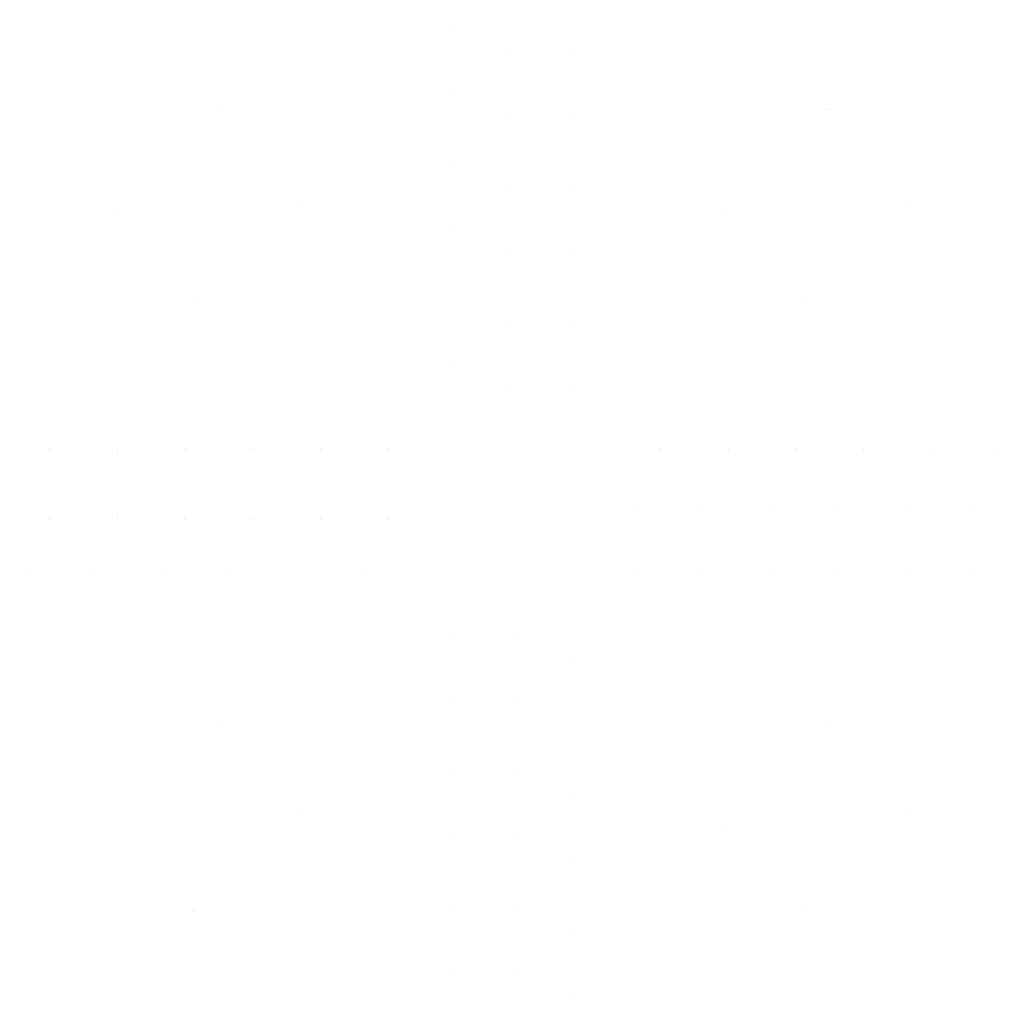
<source format=gbr>
G04 #@! TF.GenerationSoftware,KiCad,Pcbnew,8.0.1*
G04 #@! TF.CreationDate,2024-08-27T15:58:47+05:30*
G04 #@! TF.ProjectId,Ludo,4c75646f-2e6b-4696-9361-645f70636258,rev?*
G04 #@! TF.SameCoordinates,Original*
G04 #@! TF.FileFunction,Other,User*
%FSLAX46Y46*%
G04 Gerber Fmt 4.6, Leading zero omitted, Abs format (unit mm)*
G04 Created by KiCad (PCBNEW 8.0.1) date 2024-08-27 15:58:47*
%MOMM*%
%LPD*%
G01*
G04 APERTURE LIST*
%ADD10C,0.060000*%
G04 APERTURE END LIST*
D10*
G04 #@! TO.C,RGB30*
X169860000Y-87695000D02*
G75*
G02*
X169800000Y-87695000I-30000J0D01*
G01*
X169800000Y-87695000D02*
G75*
G02*
X169860000Y-87695000I30000J0D01*
G01*
G04 #@! TO.C,RGB54*
X184320000Y-163355000D02*
G75*
G02*
X184260000Y-163355000I-30000J0D01*
G01*
X184260000Y-163355000D02*
G75*
G02*
X184320000Y-163355000I30000J0D01*
G01*
G04 #@! TO.C,RGB8*
X94200000Y-134155000D02*
G75*
G02*
X94140000Y-134155000I-30000J0D01*
G01*
X94140000Y-134155000D02*
G75*
G02*
X94200000Y-134155000I30000J0D01*
G01*
G04 #@! TO.C,RGB13*
X140660000Y-81815000D02*
G75*
G02*
X140600000Y-81815000I-30000J0D01*
G01*
X140600000Y-81815000D02*
G75*
G02*
X140660000Y-81815000I30000J0D01*
G01*
G04 #@! TO.C,RGB56*
X169860000Y-199695000D02*
G75*
G02*
X169800000Y-199695000I-30000J0D01*
G01*
X169800000Y-199695000D02*
G75*
G02*
X169860000Y-199695000I30000J0D01*
G01*
G04 #@! TO.C,RGB62*
X156660000Y-241815000D02*
G75*
G02*
X156600000Y-241815000I-30000J0D01*
G01*
X156600000Y-241815000D02*
G75*
G02*
X156660000Y-241815000I30000J0D01*
G01*
G04 #@! TO.C,RGB67*
X140660000Y-257815000D02*
G75*
G02*
X140600000Y-257815000I-30000J0D01*
G01*
X140600000Y-257815000D02*
G75*
G02*
X140660000Y-257815000I30000J0D01*
G01*
G04 #@! TO.C,RGB71*
X86200000Y-197905000D02*
G75*
G02*
X86140000Y-197905000I-30000J0D01*
G01*
X86140000Y-197905000D02*
G75*
G02*
X86200000Y-197905000I30000J0D01*
G01*
G04 #@! TO.C,RGB32*
X169860000Y-119695000D02*
G75*
G02*
X169800000Y-119695000I-30000J0D01*
G01*
X169800000Y-119695000D02*
G75*
G02*
X169860000Y-119695000I30000J0D01*
G01*
G04 #@! TO.C,RGB55*
X169860000Y-183695000D02*
G75*
G02*
X169800000Y-183695000I-30000J0D01*
G01*
X169800000Y-183695000D02*
G75*
G02*
X169860000Y-183695000I30000J0D01*
G01*
G04 #@! TO.C,RGB57*
X169860000Y-215695000D02*
G75*
G02*
X169800000Y-215695000I-30000J0D01*
G01*
X169800000Y-215695000D02*
G75*
G02*
X169860000Y-215695000I30000J0D01*
G01*
G04 #@! TO.C,RGB17*
X153860000Y-39695000D02*
G75*
G02*
X153800000Y-39695000I-30000J0D01*
G01*
X153800000Y-39695000D02*
G75*
G02*
X153860000Y-39695000I30000J0D01*
G01*
G04 #@! TO.C,RGB39*
X264320000Y-147355000D02*
G75*
G02*
X264260000Y-147355000I-30000J0D01*
G01*
X264260000Y-147355000D02*
G75*
G02*
X264320000Y-147355000I30000J0D01*
G01*
G04 #@! TO.C,RGB82*
X40320000Y-163355000D02*
G75*
G02*
X40260000Y-163355000I-30000J0D01*
G01*
X40260000Y-163355000D02*
G75*
G02*
X40320000Y-163355000I30000J0D01*
G01*
G04 #@! TO.C,RGB10*
X126200000Y-134155000D02*
G75*
G02*
X126140000Y-134155000I-30000J0D01*
G01*
X126140000Y-134155000D02*
G75*
G02*
X126200000Y-134155000I30000J0D01*
G01*
G04 #@! TO.C,RGB70*
X61950000Y-222505000D02*
G75*
G02*
X61890000Y-222505000I-30000J0D01*
G01*
X61890000Y-222505000D02*
G75*
G02*
X61950000Y-222505000I30000J0D01*
G01*
G04 #@! TO.C,RGB2*
X86200000Y-53905000D02*
G75*
G02*
X86140000Y-53905000I-30000J0D01*
G01*
X86140000Y-53905000D02*
G75*
G02*
X86200000Y-53905000I30000J0D01*
G01*
G04 #@! TO.C,RGB23*
X169860000Y-39695000D02*
G75*
G02*
X169800000Y-39695000I-30000J0D01*
G01*
X169800000Y-39695000D02*
G75*
G02*
X169860000Y-39695000I30000J0D01*
G01*
G04 #@! TO.C,RGB86*
X94200000Y-150155000D02*
G75*
G02*
X94140000Y-150155000I-30000J0D01*
G01*
X94140000Y-150155000D02*
G75*
G02*
X94200000Y-150155000I30000J0D01*
G01*
G04 #@! TO.C,RGB27*
X224310000Y-98805000D02*
G75*
G02*
X224250000Y-98805000I-30000J0D01*
G01*
X224250000Y-98805000D02*
G75*
G02*
X224310000Y-98805000I30000J0D01*
G01*
G04 #@! TO.C,RGB74*
X140660000Y-209815000D02*
G75*
G02*
X140600000Y-209815000I-30000J0D01*
G01*
X140600000Y-209815000D02*
G75*
G02*
X140660000Y-209815000I30000J0D01*
G01*
G04 #@! TO.C,RGB26*
X249210000Y-75705000D02*
G75*
G02*
X249150000Y-75705000I-30000J0D01*
G01*
X249150000Y-75705000D02*
G75*
G02*
X249210000Y-75705000I30000J0D01*
G01*
G04 #@! TO.C,RGB9*
X110200000Y-134155000D02*
G75*
G02*
X110140000Y-134155000I-30000J0D01*
G01*
X110140000Y-134155000D02*
G75*
G02*
X110200000Y-134155000I30000J0D01*
G01*
G04 #@! TO.C,RGB41*
X232320000Y-147355000D02*
G75*
G02*
X232260000Y-147355000I-30000J0D01*
G01*
X232260000Y-147355000D02*
G75*
G02*
X232320000Y-147355000I30000J0D01*
G01*
G04 #@! TO.C,RGB28*
X205940000Y-78505000D02*
G75*
G02*
X205880000Y-78505000I-30000J0D01*
G01*
X205880000Y-78505000D02*
G75*
G02*
X205940000Y-78505000I30000J0D01*
G01*
G04 #@! TO.C,RGB37*
X254200000Y-134155000D02*
G75*
G02*
X254140000Y-134155000I-30000J0D01*
G01*
X254140000Y-134155000D02*
G75*
G02*
X254200000Y-134155000I30000J0D01*
G01*
G04 #@! TO.C,RGB15*
X140660000Y-49815000D02*
G75*
G02*
X140600000Y-49815000I-30000J0D01*
G01*
X140600000Y-49815000D02*
G75*
G02*
X140660000Y-49815000I30000J0D01*
G01*
G04 #@! TO.C,RGB24*
X169860000Y-55695000D02*
G75*
G02*
X169800000Y-55695000I-30000J0D01*
G01*
X169800000Y-55695000D02*
G75*
G02*
X169860000Y-55695000I30000J0D01*
G01*
G04 #@! TO.C,RGB1*
X61950000Y-78505000D02*
G75*
G02*
X61890000Y-78505000I-30000J0D01*
G01*
X61890000Y-78505000D02*
G75*
G02*
X61950000Y-78505000I30000J0D01*
G01*
G04 #@! TO.C,RGB31*
X169860000Y-103695000D02*
G75*
G02*
X169800000Y-103695000I-30000J0D01*
G01*
X169800000Y-103695000D02*
G75*
G02*
X169860000Y-103695000I30000J0D01*
G01*
G04 #@! TO.C,RGB77*
X120320000Y-163355000D02*
G75*
G02*
X120260000Y-163355000I-30000J0D01*
G01*
X120260000Y-163355000D02*
G75*
G02*
X120320000Y-163355000I30000J0D01*
G01*
G04 #@! TO.C,RGB33*
X190200000Y-134155000D02*
G75*
G02*
X190140000Y-134155000I-30000J0D01*
G01*
X190140000Y-134155000D02*
G75*
G02*
X190200000Y-134155000I30000J0D01*
G01*
G04 #@! TO.C,RGB83*
X46200000Y-150155000D02*
G75*
G02*
X46140000Y-150155000I-30000J0D01*
G01*
X46140000Y-150155000D02*
G75*
G02*
X46200000Y-150155000I30000J0D01*
G01*
G04 #@! TO.C,RGB48*
X224310000Y-242805000D02*
G75*
G02*
X224250000Y-242805000I-30000J0D01*
G01*
X224250000Y-242805000D02*
G75*
G02*
X224310000Y-242805000I30000J0D01*
G01*
G04 #@! TO.C,RGB87*
X110200000Y-150155000D02*
G75*
G02*
X110140000Y-150155000I-30000J0D01*
G01*
X110140000Y-150155000D02*
G75*
G02*
X110200000Y-150155000I30000J0D01*
G01*
G04 #@! TO.C,RGB69*
X80320000Y-242805000D02*
G75*
G02*
X80260000Y-242805000I-30000J0D01*
G01*
X80260000Y-242805000D02*
G75*
G02*
X80320000Y-242805000I30000J0D01*
G01*
G04 #@! TO.C,RGB63*
X156660000Y-225815000D02*
G75*
G02*
X156600000Y-225815000I-30000J0D01*
G01*
X156600000Y-225815000D02*
G75*
G02*
X156660000Y-225815000I30000J0D01*
G01*
G04 #@! TO.C,RGB16*
X140660000Y-33815000D02*
G75*
G02*
X140600000Y-33815000I-30000J0D01*
G01*
X140600000Y-33815000D02*
G75*
G02*
X140660000Y-33815000I30000J0D01*
G01*
G04 #@! TO.C,RGB5*
X46200000Y-134155000D02*
G75*
G02*
X46140000Y-134155000I-30000J0D01*
G01*
X46140000Y-134155000D02*
G75*
G02*
X46200000Y-134155000I30000J0D01*
G01*
G04 #@! TO.C,RGB7*
X78200000Y-134155000D02*
G75*
G02*
X78140000Y-134155000I-30000J0D01*
G01*
X78140000Y-134155000D02*
G75*
G02*
X78200000Y-134155000I30000J0D01*
G01*
G04 #@! TO.C,RGB72*
X105220000Y-219705000D02*
G75*
G02*
X105160000Y-219705000I-30000J0D01*
G01*
X105160000Y-219705000D02*
G75*
G02*
X105220000Y-219705000I30000J0D01*
G01*
G04 #@! TO.C,RGB29*
X169860000Y-71695000D02*
G75*
G02*
X169800000Y-71695000I-30000J0D01*
G01*
X169800000Y-71695000D02*
G75*
G02*
X169860000Y-71695000I30000J0D01*
G01*
G04 #@! TO.C,RGB21*
X153860000Y-103695000D02*
G75*
G02*
X153800000Y-103695000I-30000J0D01*
G01*
X153800000Y-103695000D02*
G75*
G02*
X153860000Y-103695000I30000J0D01*
G01*
G04 #@! TO.C,RGB22*
X153860000Y-119695000D02*
G75*
G02*
X153800000Y-119695000I-30000J0D01*
G01*
X153800000Y-119695000D02*
G75*
G02*
X153860000Y-119695000I30000J0D01*
G01*
G04 #@! TO.C,RGB51*
X232320000Y-163355000D02*
G75*
G02*
X232260000Y-163355000I-30000J0D01*
G01*
X232260000Y-163355000D02*
G75*
G02*
X232320000Y-163355000I30000J0D01*
G01*
G04 #@! TO.C,RGB47*
X249210000Y-219705000D02*
G75*
G02*
X249150000Y-219705000I-30000J0D01*
G01*
X249150000Y-219705000D02*
G75*
G02*
X249210000Y-219705000I30000J0D01*
G01*
G04 #@! TO.C,RGB45*
X264320000Y-163355000D02*
G75*
G02*
X264260000Y-163355000I-30000J0D01*
G01*
X264260000Y-163355000D02*
G75*
G02*
X264320000Y-163355000I30000J0D01*
G01*
G04 #@! TO.C,RGB42*
X216320000Y-147355000D02*
G75*
G02*
X216260000Y-147355000I-30000J0D01*
G01*
X216260000Y-147355000D02*
G75*
G02*
X216320000Y-147355000I30000J0D01*
G01*
G04 #@! TO.C,RGB78*
X104320000Y-163355000D02*
G75*
G02*
X104260000Y-163355000I-30000J0D01*
G01*
X104260000Y-163355000D02*
G75*
G02*
X104320000Y-163355000I30000J0D01*
G01*
G04 #@! TO.C,RGB43*
X200320000Y-147355000D02*
G75*
G02*
X200260000Y-147355000I-30000J0D01*
G01*
X200260000Y-147355000D02*
G75*
G02*
X200320000Y-147355000I30000J0D01*
G01*
G04 #@! TO.C,RGB6*
X62200000Y-134155000D02*
G75*
G02*
X62140000Y-134155000I-30000J0D01*
G01*
X62140000Y-134155000D02*
G75*
G02*
X62200000Y-134155000I30000J0D01*
G01*
G04 #@! TO.C,RGB58*
X169860000Y-231695000D02*
G75*
G02*
X169800000Y-231695000I-30000J0D01*
G01*
X169800000Y-231695000D02*
G75*
G02*
X169860000Y-231695000I30000J0D01*
G01*
G04 #@! TO.C,RGB14*
X140660000Y-65815000D02*
G75*
G02*
X140600000Y-65815000I-30000J0D01*
G01*
X140600000Y-65815000D02*
G75*
G02*
X140660000Y-65815000I30000J0D01*
G01*
G04 #@! TO.C,RGB65*
X156660000Y-193815000D02*
G75*
G02*
X156600000Y-193815000I-30000J0D01*
G01*
X156600000Y-193815000D02*
G75*
G02*
X156660000Y-193815000I30000J0D01*
G01*
G04 #@! TO.C,RGB4*
X80320000Y-98805000D02*
G75*
G02*
X80260000Y-98805000I-30000J0D01*
G01*
X80260000Y-98805000D02*
G75*
G02*
X80320000Y-98805000I30000J0D01*
G01*
G04 #@! TO.C,RGB19*
X153860000Y-71695000D02*
G75*
G02*
X153800000Y-71695000I-30000J0D01*
G01*
X153800000Y-71695000D02*
G75*
G02*
X153860000Y-71695000I30000J0D01*
G01*
G04 #@! TO.C,RGB75*
X140660000Y-193815000D02*
G75*
G02*
X140600000Y-193815000I-30000J0D01*
G01*
X140600000Y-193815000D02*
G75*
G02*
X140660000Y-193815000I30000J0D01*
G01*
G04 #@! TO.C,RGB59*
X169860000Y-247695000D02*
G75*
G02*
X169800000Y-247695000I-30000J0D01*
G01*
X169800000Y-247695000D02*
G75*
G02*
X169860000Y-247695000I30000J0D01*
G01*
G04 #@! TO.C,RGB50*
X230190000Y-197905000D02*
G75*
G02*
X230130000Y-197905000I-30000J0D01*
G01*
X230130000Y-197905000D02*
G75*
G02*
X230190000Y-197905000I30000J0D01*
G01*
G04 #@! TO.C,RGB46*
X248320000Y-163355000D02*
G75*
G02*
X248260000Y-163355000I-30000J0D01*
G01*
X248260000Y-163355000D02*
G75*
G02*
X248320000Y-163355000I30000J0D01*
G01*
G04 #@! TO.C,RGB3*
X105220000Y-75705000D02*
G75*
G02*
X105160000Y-75705000I-30000J0D01*
G01*
X105160000Y-75705000D02*
G75*
G02*
X105220000Y-75705000I30000J0D01*
G01*
G04 #@! TO.C,RGB11*
X140660000Y-113815000D02*
G75*
G02*
X140600000Y-113815000I-30000J0D01*
G01*
X140600000Y-113815000D02*
G75*
G02*
X140660000Y-113815000I30000J0D01*
G01*
G04 #@! TO.C,RGB84*
X62200000Y-150155000D02*
G75*
G02*
X62140000Y-150155000I-30000J0D01*
G01*
X62140000Y-150155000D02*
G75*
G02*
X62200000Y-150155000I30000J0D01*
G01*
G04 #@! TO.C,RGB44*
X184320000Y-147355000D02*
G75*
G02*
X184260000Y-147355000I-30000J0D01*
G01*
X184260000Y-147355000D02*
G75*
G02*
X184320000Y-147355000I30000J0D01*
G01*
G04 #@! TO.C,RGB35*
X222200000Y-134155000D02*
G75*
G02*
X222140000Y-134155000I-30000J0D01*
G01*
X222140000Y-134155000D02*
G75*
G02*
X222200000Y-134155000I30000J0D01*
G01*
G04 #@! TO.C,RGB85*
X78200000Y-150155000D02*
G75*
G02*
X78140000Y-150155000I-30000J0D01*
G01*
X78140000Y-150155000D02*
G75*
G02*
X78200000Y-150155000I30000J0D01*
G01*
G04 #@! TO.C,RGB68*
X140660000Y-241815000D02*
G75*
G02*
X140600000Y-241815000I-30000J0D01*
G01*
X140600000Y-241815000D02*
G75*
G02*
X140660000Y-241815000I30000J0D01*
G01*
G04 #@! TO.C,RGB64*
X156660000Y-209815000D02*
G75*
G02*
X156600000Y-209815000I-30000J0D01*
G01*
X156600000Y-209815000D02*
G75*
G02*
X156660000Y-209815000I30000J0D01*
G01*
G04 #@! TO.C,RGB12*
X140660000Y-97815000D02*
G75*
G02*
X140600000Y-97815000I-30000J0D01*
G01*
X140600000Y-97815000D02*
G75*
G02*
X140660000Y-97815000I30000J0D01*
G01*
G04 #@! TO.C,RGB20*
X153860000Y-87695000D02*
G75*
G02*
X153800000Y-87695000I-30000J0D01*
G01*
X153800000Y-87695000D02*
G75*
G02*
X153860000Y-87695000I30000J0D01*
G01*
G04 #@! TO.C,RGB18*
X153860000Y-55695000D02*
G75*
G02*
X153800000Y-55695000I-30000J0D01*
G01*
X153800000Y-55695000D02*
G75*
G02*
X153860000Y-55695000I30000J0D01*
G01*
G04 #@! TO.C,RGB81*
X56320000Y-163355000D02*
G75*
G02*
X56260000Y-163355000I-30000J0D01*
G01*
X56260000Y-163355000D02*
G75*
G02*
X56320000Y-163355000I30000J0D01*
G01*
G04 #@! TO.C,RGB38*
X270200000Y-134155000D02*
G75*
G02*
X270140000Y-134155000I-30000J0D01*
G01*
X270140000Y-134155000D02*
G75*
G02*
X270200000Y-134155000I30000J0D01*
G01*
G04 #@! TO.C,RGB80*
X72320000Y-163355000D02*
G75*
G02*
X72260000Y-163355000I-30000J0D01*
G01*
X72260000Y-163355000D02*
G75*
G02*
X72320000Y-163355000I30000J0D01*
G01*
G04 #@! TO.C,RGB40*
X248320000Y-147355000D02*
G75*
G02*
X248260000Y-147355000I-30000J0D01*
G01*
X248260000Y-147355000D02*
G75*
G02*
X248320000Y-147355000I30000J0D01*
G01*
G04 #@! TO.C,RGB25*
X230190000Y-53905000D02*
G75*
G02*
X230130000Y-53905000I-30000J0D01*
G01*
X230130000Y-53905000D02*
G75*
G02*
X230190000Y-53905000I30000J0D01*
G01*
G04 #@! TO.C,RGB53*
X200320000Y-163355000D02*
G75*
G02*
X200260000Y-163355000I-30000J0D01*
G01*
X200260000Y-163355000D02*
G75*
G02*
X200320000Y-163355000I30000J0D01*
G01*
G04 #@! TO.C,RGB49*
X205940000Y-222505000D02*
G75*
G02*
X205880000Y-222505000I-30000J0D01*
G01*
X205880000Y-222505000D02*
G75*
G02*
X205940000Y-222505000I30000J0D01*
G01*
G04 #@! TO.C,RGB88*
X126200000Y-150155000D02*
G75*
G02*
X126140000Y-150155000I-30000J0D01*
G01*
X126140000Y-150155000D02*
G75*
G02*
X126200000Y-150155000I30000J0D01*
G01*
G04 #@! TO.C,RGB34*
X206200000Y-134155000D02*
G75*
G02*
X206140000Y-134155000I-30000J0D01*
G01*
X206140000Y-134155000D02*
G75*
G02*
X206200000Y-134155000I30000J0D01*
G01*
G04 #@! TO.C,RGB52*
X216320000Y-163355000D02*
G75*
G02*
X216260000Y-163355000I-30000J0D01*
G01*
X216260000Y-163355000D02*
G75*
G02*
X216320000Y-163355000I30000J0D01*
G01*
G04 #@! TO.C,RGB73*
X140660000Y-225815000D02*
G75*
G02*
X140600000Y-225815000I-30000J0D01*
G01*
X140600000Y-225815000D02*
G75*
G02*
X140660000Y-225815000I30000J0D01*
G01*
G04 #@! TO.C,RGB76*
X140660000Y-177815000D02*
G75*
G02*
X140600000Y-177815000I-30000J0D01*
G01*
X140600000Y-177815000D02*
G75*
G02*
X140660000Y-177815000I30000J0D01*
G01*
G04 #@! TO.C,RGB61*
X156660000Y-257815000D02*
G75*
G02*
X156600000Y-257815000I-30000J0D01*
G01*
X156600000Y-257815000D02*
G75*
G02*
X156660000Y-257815000I30000J0D01*
G01*
G04 #@! TO.C,RGB60*
X169860000Y-263695000D02*
G75*
G02*
X169800000Y-263695000I-30000J0D01*
G01*
X169800000Y-263695000D02*
G75*
G02*
X169860000Y-263695000I30000J0D01*
G01*
G04 #@! TO.C,RGB79*
X88320000Y-163355000D02*
G75*
G02*
X88260000Y-163355000I-30000J0D01*
G01*
X88260000Y-163355000D02*
G75*
G02*
X88320000Y-163355000I30000J0D01*
G01*
G04 #@! TO.C,RGB36*
X238200000Y-134155000D02*
G75*
G02*
X238140000Y-134155000I-30000J0D01*
G01*
X238140000Y-134155000D02*
G75*
G02*
X238200000Y-134155000I30000J0D01*
G01*
G04 #@! TO.C,RGB66*
X156660000Y-177815000D02*
G75*
G02*
X156600000Y-177815000I-30000J0D01*
G01*
X156600000Y-177815000D02*
G75*
G02*
X156660000Y-177815000I30000J0D01*
G01*
G04 #@! TD*
M02*

</source>
